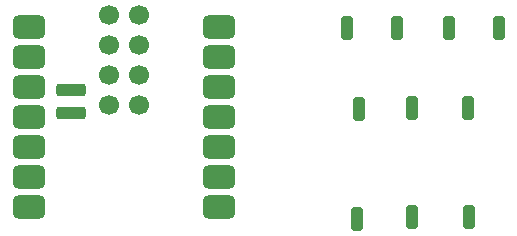
<source format=gbr>
%TF.GenerationSoftware,KiCad,Pcbnew,9.0.2*%
%TF.CreationDate,2025-08-06T07:46:06+01:00*%
%TF.ProjectId,smartpoopbucket,736d6172-7470-46f6-9f70-6275636b6574,rev?*%
%TF.SameCoordinates,Original*%
%TF.FileFunction,Paste,Top*%
%TF.FilePolarity,Positive*%
%FSLAX46Y46*%
G04 Gerber Fmt 4.6, Leading zero omitted, Abs format (unit mm)*
G04 Created by KiCad (PCBNEW 9.0.2) date 2025-08-06 07:46:06*
%MOMM*%
%LPD*%
G01*
G04 APERTURE LIST*
G04 Aperture macros list*
%AMRoundRect*
0 Rectangle with rounded corners*
0 $1 Rounding radius*
0 $2 $3 $4 $5 $6 $7 $8 $9 X,Y pos of 4 corners*
0 Add a 4 corners polygon primitive as box body*
4,1,4,$2,$3,$4,$5,$6,$7,$8,$9,$2,$3,0*
0 Add four circle primitives for the rounded corners*
1,1,$1+$1,$2,$3*
1,1,$1+$1,$4,$5*
1,1,$1+$1,$6,$7*
1,1,$1+$1,$8,$9*
0 Add four rect primitives between the rounded corners*
20,1,$1+$1,$2,$3,$4,$5,0*
20,1,$1+$1,$4,$5,$6,$7,0*
20,1,$1+$1,$6,$7,$8,$9,0*
20,1,$1+$1,$8,$9,$2,$3,0*%
G04 Aperture macros list end*
%ADD10RoundRect,0.250000X-0.250000X-0.750000X0.250000X-0.750000X0.250000X0.750000X-0.250000X0.750000X0*%
%ADD11C,1.700000*%
%ADD12RoundRect,0.275000X0.975000X0.275000X-0.975000X0.275000X-0.975000X-0.275000X0.975000X-0.275000X0*%
%ADD13RoundRect,0.500000X-0.875000X-0.500000X0.875000X-0.500000X0.875000X0.500000X-0.875000X0.500000X0*%
G04 APERTURE END LIST*
D10*
%TO.C,WHT1*%
X64700000Y-41600000D03*
%TD*%
%TO.C,RED1*%
X69400000Y-41500000D03*
%TD*%
%TO.C,BLK1*%
X74200000Y-41500000D03*
%TD*%
%TO.C,VCC1*%
X76700000Y-25500000D03*
%TD*%
%TO.C,SCK1*%
X68100000Y-25500000D03*
%TD*%
%TO.C,GND1*%
X72500000Y-25500000D03*
%TD*%
%TO.C,E-1*%
X74100000Y-32200000D03*
%TD*%
%TO.C,E+1*%
X69400000Y-32200000D03*
%TD*%
%TO.C,DT1*%
X63900000Y-25500000D03*
%TD*%
%TO.C,A-1*%
X64900000Y-32300000D03*
%TD*%
D11*
%TO.C,U1*%
X46225000Y-32008000D03*
X43685000Y-32008000D03*
X46225000Y-29468000D03*
X43685000Y-29468000D03*
X46225000Y-26928000D03*
X43685000Y-26928000D03*
X46225000Y-24388000D03*
X43685000Y-24388000D03*
D12*
X40510000Y-30733000D03*
X40510000Y-32638000D03*
D13*
X53065000Y-25400000D03*
X53065000Y-27940000D03*
X53065000Y-30480000D03*
X53065000Y-33020000D03*
X53065000Y-35560000D03*
X53065000Y-38100000D03*
X53065000Y-40640000D03*
X36900000Y-40640000D03*
X36900000Y-38100000D03*
X36900000Y-35560000D03*
X36900000Y-33020000D03*
X36900000Y-30480000D03*
X36900000Y-27940000D03*
X36900000Y-25400000D03*
%TD*%
M02*

</source>
